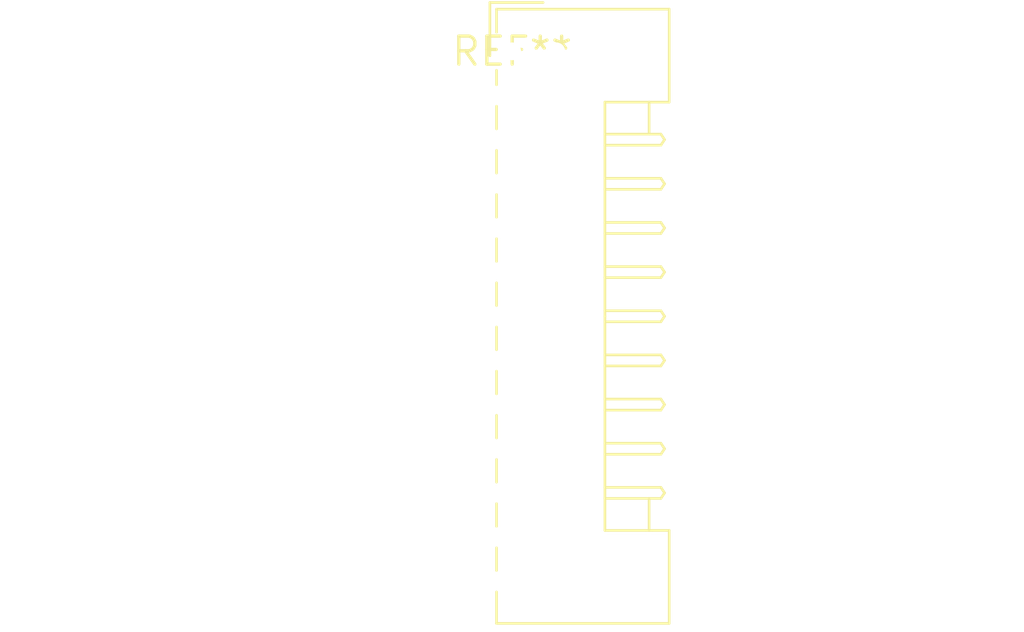
<source format=kicad_pcb>
(kicad_pcb (version 20240108) (generator pcbnew)
  (layers (0 "F.Cu" signal) (31 "B.Cu" signal) (34 "B.Paste" user) (35 "F.Paste" user) (36 "B.SilkS" user "B.Silkscreen") (37 "F.SilkS" user "F.Silkscreen") (38 "B.Mask" user) (39 "F.Mask" user) (44 "Edge.Cuts" user))
  (net 0 "")
  (footprint "JAE_LY20-26P-DLT1_2x13_P2.00mm_Horizontal" (layer "F.Cu") (at 0 0)
    (property "Reference" "REF**")
    (property "Value" "JAE_LY20-26P-DLT1_2x13_P2.00mm_Horizontal")
    (fp_line (start -1.01 -2.21) (end -1.01 0.2) (layer "F.SilkS") (stroke (width 0.12)))
    (fp_line (start -0.71 -1.91) (end -0.71 -0.86) (layer "F.SilkS") (stroke (width 0.12)))
    (fp_line (start -0.71 -1.91) (end 7.11 -1.91) (layer "F.SilkS") (stroke (width 0.12)))
    (fp_line (start -0.71 0.86) (end -0.71 1.514717) (layer "F.SilkS") (stroke (width 0.12)))
    (fp_line (start -0.71 2.485283) (end -0.71 3.514717) (layer "F.SilkS") (stroke (width 0.12)))
    (fp_line (start -0.71 4.485283) (end -0.71 5.514717) (layer "F.SilkS") (stroke (width 0.12)))
    (fp_line (start -0.71 6.485283) (end -0.71 7.514717) (layer "F.SilkS") (stroke (width 0.12)))
    (fp_line (start -0.71 8.485283) (end -0.71 9.514717) (layer "F.SilkS") (stroke (width 0.12)))
    (fp_line (start -0.71 10.485283) (end -0.71 11.514717) (layer "F.SilkS") (stroke (width 0.12)))
    (fp_line (start -0.71 12.485283) (end -0.71 13.514717) (layer "F.SilkS") (stroke (width 0.12)))
    (fp_line (start -0.71 14.485283) (end -0.71 15.514717) (layer "F.SilkS") (stroke (width 0.12)))
    (fp_line (start -0.71 16.485283) (end -0.71 17.514717) (layer "F.SilkS") (stroke (width 0.12)))
    (fp_line (start -0.71 18.485283) (end -0.71 19.514717) (layer "F.SilkS") (stroke (width 0.12)))
    (fp_line (start -0.71 20.485283) (end -0.71 21.514717) (layer "F.SilkS") (stroke (width 0.12)))
    (fp_line (start -0.71 22.485283) (end -0.71 23.514717) (layer "F.SilkS") (stroke (width 0.12)))
    (fp_line (start -0.71 24.485283) (end -0.71 25.91) (layer "F.SilkS") (stroke (width 0.12)))
    (fp_line (start -0.71 25.91) (end 7.11 25.91) (layer "F.SilkS") (stroke (width 0.12)))
    (fp_line (start 1.4 -2.21) (end -1.01 -2.21) (layer "F.SilkS") (stroke (width 0.12)))
    (fp_line (start 4.2 2.3) (end 4.2 12) (layer "F.SilkS") (stroke (width 0.12)))
    (fp_line (start 4.2 3.75) (end 6.733333 3.75) (layer "F.SilkS") (stroke (width 0.12)))
    (fp_line (start 4.2 5.75) (end 6.733333 5.75) (layer "F.SilkS") (stroke (width 0.12)))
    (fp_line (start 4.2 7.75) (end 6.733333 7.75) (layer "F.SilkS") (stroke (width 0.12)))
    (fp_line (start 4.2 9.75) (end 6.733333 9.75) (layer "F.SilkS") (stroke (width 0.12)))
    (fp_line (start 4.2 11.75) (end 6.733333 11.75) (layer "F.SilkS") (stroke (width 0.12)))
    (fp_line (start 4.2 13.75) (end 6.733333 13.75) (layer "F.SilkS") (stroke (width 0.12)))
    (fp_line (start 4.2 15.75) (end 6.733333 15.75) (layer "F.SilkS") (stroke (width 0.12)))
    (fp_line (start 4.2 17.75) (end 6.733333 17.75) (layer "F.SilkS") (stroke (width 0.12)))
    (fp_line (start 4.2 19.75) (end 6.733333 19.75) (layer "F.SilkS") (stroke (width 0.12)))
    (fp_line (start 4.2 21.7) (end 4.2 12) (layer "F.SilkS") (stroke (width 0.12)))
    (fp_line (start 6.2 2.3) (end 6.2 3.75) (layer "F.SilkS") (stroke (width 0.12)))
    (fp_line (start 6.2 21.7) (end 6.2 20.25) (layer "F.SilkS") (stroke (width 0.12)))
    (fp_line (start 6.733333 3.75) (end 6.9 4) (layer "F.SilkS") (stroke (width 0.12)))
    (fp_line (start 6.733333 4.25) (end 4.2 4.25) (layer "F.SilkS") (stroke (width 0.12)))
    (fp_line (start 6.733333 5.75) (end 6.9 6) (layer "F.SilkS") (stroke (width 0.12)))
    (fp_line (start 6.733333 6.25) (end 4.2 6.25) (layer "F.SilkS") (stroke (width 0.12)))
    (fp_line (start 6.733333 7.75) (end 6.9 8) (layer "F.SilkS") (stroke (width 0.12)))
    (fp_line (start 6.733333 8.25) (end 4.2 8.25) (layer "F.SilkS") (stroke (width 0.12)))
    (fp_line (start 6.733333 9.75) (end 6.9 10) (layer "F.SilkS") (stroke (width 0.12)))
    (fp_line (start 6.733333 10.25) (end 4.2 10.25) (layer "F.SilkS") (stroke (width 0.12)))
    (fp_line (start 6.733333 11.75) (end 6.9 12) (layer "F.SilkS") (stroke (width 0.12)))
    (fp_line (start 6.733333 12.25) (end 4.2 12.25) (layer "F.SilkS") (stroke (width 0.12)))
    (fp_line (start 6.733333 13.75) (end 6.9 14) (layer "F.SilkS") (stroke (width 0.12)))
    (fp_line (start 6.733333 14.25) (end 4.2 14.25) (layer "F.SilkS") (stroke (width 0.12)))
    (fp_line (start 6.733333 15.75) (end 6.9 16) (layer "F.SilkS") (stroke (width 0.12)))
    (fp_line (start 6.733333 16.25) (end 4.2 16.25) (layer "F.SilkS") (stroke (width 0.12)))
    (fp_line (start 6.733333 17.75) (end 6.9 18) (layer "F.SilkS") (stroke (width 0.12)))
    (fp_line (start 6.733333 18.25) (end 4.2 18.25) (layer "F.SilkS") (stroke (width 0.12)))
    (fp_line (start 6.733333 19.75) (end 6.9 20) (layer "F.SilkS") (stroke (width 0.12)))
    (fp_line (start 6.733333 20.25) (end 4.2 20.25) (layer "F.SilkS") (stroke (width 0.12)))
    (fp_line (start 6.9 4) (end 6.733333 4.25) (layer "F.SilkS") (stroke (width 0.12)))
    (fp_line (start 6.9 6) (end 6.733333 6.25) (layer "F.SilkS") (stroke (width 0.12)))
    (fp_line (start 6.9 8) (end 6.733333 8.25) (layer "F.SilkS") (stroke (width 0.12)))
    (fp_line (start 6.9 10) (end 6.733333 10.25) (layer "F.SilkS") (stroke (width 0.12)))
    (fp_line (start 6.9 12) (end 6.733333 12.25) (layer "F.SilkS") (stroke (width 0.12)))
    (fp_line (start 6.9 14) (end 6.733333 14.25) (layer "F.SilkS") (stroke (width 0.12)))
    (fp_line (start 6.9 16) (end 6.733333 16.25) (layer "F.SilkS") (stroke (width 0.12)))
    (fp_line (start 6.9 18) (end 6.733333 18.25) (layer "F.SilkS") (stroke (width 0.12)))
    (fp_line (start 6.9 20) (end 6.733333 20.25) (layer "F.SilkS") (stroke (width 0.12)))
    (fp_line (start 7.11 -1.91) (end 7.11 2.3) (layer "F.SilkS") (stroke (width 0.12)))
    (fp_line (start 7.11 2.3) (end 4.2 2.3) (layer "F.SilkS") (stroke (width 0.12)))
    (fp_line (start 7.11 21.7) (end 4.2 21.7) (layer "F.SilkS") (stroke (width 0.12)))
    (fp_line (start 7.11 25.91) (end 7.11 21.7) (layer "F.SilkS") (stroke (width 0.12)))
    (pad "a1" thru_hole roundrect (at 0 0) (size 1.2 1.2) (drill 0.8) (layers *.Cu *.Mask) (remove_unused_layers) (roundrect_rratio 0.208333))
    (pad "a2" thru_hole circle (at 0 2) (size 1.2 1.2) (drill 0.8) (layers *.Cu *.Mask) (remove_unused_layers))
    (pad "a3" thru_hole circle (at 0 4) (size 1.2 1.2) (drill 0.8) (layers *.Cu *.Mask) (remove_unused_layers))
    (pad "a4" thru_hole circle (at 0 6) (size 1.2 1.2) (drill 0.8) (layers *.Cu *.Mask) (remove_unused_layers))
    (pad "a5" thru_hole circle (at 0 8) (size 1.2 1.2) (drill 0.8) (layers *.Cu *.Mask) (remove_unused_layers))
    (pad "a6" thru_hole circle (at 0 10) (size 1.2 1.2) (drill 0.8) (layers *.Cu *.Mask) (remove_unused_layers))
    (pad "a7" thru_hole circle (at 0 12) (size 1.2 1.2) (drill 0.8) (layers *.Cu *.Mask) (remove_unused_layers))
    (pad "a8" thru_hole circle (at 0 14) (size 1.2 1.2) (drill 0.8) (layers *.Cu *.Mask) (remove_unused_layers))
    (pad "a9" thru_hole circle (at 0 16) (size 1.2 1.2) (drill 0.8) (layers *.Cu *.Mask) (remove_unused_layers))
    (pad "a10" thru_hole circle (at 0 18) (size 1.2 1.2) (drill 0.8) (layers *.Cu *.Mask) (remove_unused_layers))
    (pad "a11" thru_hole circle (at 0 20) (size 1.2 1.2) (drill 0.8) (layers *.Cu *.Mask) (remove_unused_layers))
    (pad "a12" thru_hole circle (at 0 22) (size 1.2 1.2) (drill 0.8) (layers *.Cu *.Mask) (remove_unused_layers))
    (pad "a13" thru_hole circle (at 0 24) (size 1.2 1.2) (drill 0.8) (layers *.Cu *.Mask) (remove_unused_layers))
    (pad "b1" thru_hole circle (at 2 0) (size 1.2 1.2) (drill 0.8) (layers *.Cu *.Mask) (remove_unused_layers))
    (pad "b2" thru_hole circle (at 2 2) (size 1.2 1.2) (drill 0.8) (layers *.Cu *.Mask) (remove_unused_layers))
    (pad "b3" thru_hole circle (at 2 4) (size 1.2 1.2) (drill 0.8) (layers *.Cu *.Mask) (remove_unused_layers))
    (pad "b4" thru_hole circle (at 2 6) (size 1.2 1.2) (drill 0.8) (layers *.Cu *.Mask) (remove_unused_layers))
    (pad "b5" thru_hole circle (at 2 8) (size 1.2 1.2) (drill 0.8) (layers *.Cu *.Mask) (remove_unused_layers))
    (pad "b6" thru_hole circle (at 2 10) (size 1.2 1.2) (drill 0.8) (layers *.Cu *.Mask) (remove_unused_layers))
    (pad "b7" thru_hole circle (at 2 12) (size 1.2 1.2) (drill 0.8) (layers *.Cu *.Mask) (remove_unused_layers))
    (pad "b8" thru_hole circle (at 2 14) (size 1.2 1.2) (drill 0.8) (layers *.Cu *.Mask) (remove_unused_layers))
    (pad "b9" thru_hole circle (at 2 16) (size 1.2 1.2) (drill 0.8) (layers *.Cu *.Mask) (remove_unused_layers))
    (pad "b10" thru_hole circle (at 2 18) (size 1.2 1.2) (drill 0.8) (layers *.Cu *.Mask) (remove_unused_layers))
    (pad "b11" thru_hole circle (at 2 20) (size 1.2 1.2) (drill 0.8) (layers *.Cu *.Mask) (remove_unused_layers))
    (pad "b12" thru_hole circle (at 2 22) (size 1.2 1.2) (drill 0.8) (layers *.Cu *.Mask) (remove_unused_layers))
    (pad "b13" thru_hole circle (at 2 24) (size 1.2 1.2) (drill 0.8) (layers *.Cu *.Mask) (remove_unused_layers))
  )
)
</source>
